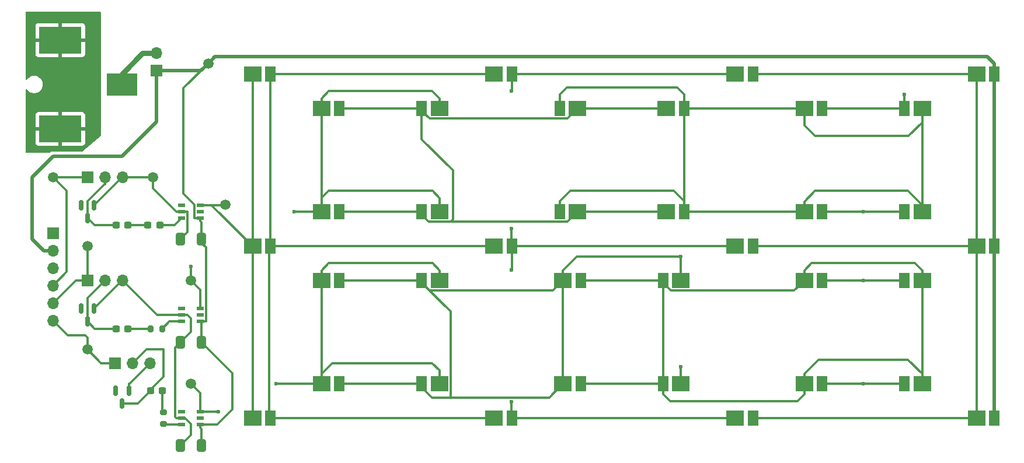
<source format=gbr>
%TF.GenerationSoftware,KiCad,Pcbnew,8.0.5*%
%TF.CreationDate,2024-10-10T20:21:21+02:00*%
%TF.ProjectId,Glasbaustein,476c6173-6261-4757-9374-65696e2e6b69,rev?*%
%TF.SameCoordinates,Original*%
%TF.FileFunction,Copper,L1,Top*%
%TF.FilePolarity,Positive*%
%FSLAX46Y46*%
G04 Gerber Fmt 4.6, Leading zero omitted, Abs format (unit mm)*
G04 Created by KiCad (PCBNEW 8.0.5) date 2024-10-10 20:21:21*
%MOMM*%
%LPD*%
G01*
G04 APERTURE LIST*
G04 Aperture macros list*
%AMRoundRect*
0 Rectangle with rounded corners*
0 $1 Rounding radius*
0 $2 $3 $4 $5 $6 $7 $8 $9 X,Y pos of 4 corners*
0 Add a 4 corners polygon primitive as box body*
4,1,4,$2,$3,$4,$5,$6,$7,$8,$9,$2,$3,0*
0 Add four circle primitives for the rounded corners*
1,1,$1+$1,$2,$3*
1,1,$1+$1,$4,$5*
1,1,$1+$1,$6,$7*
1,1,$1+$1,$8,$9*
0 Add four rect primitives between the rounded corners*
20,1,$1+$1,$2,$3,$4,$5,0*
20,1,$1+$1,$4,$5,$6,$7,0*
20,1,$1+$1,$6,$7,$8,$9,0*
20,1,$1+$1,$8,$9,$2,$3,0*%
G04 Aperture macros list end*
%TA.AperFunction,ComponentPad*%
%ADD10O,1.700000X1.700000*%
%TD*%
%TA.AperFunction,ComponentPad*%
%ADD11R,1.700000X1.700000*%
%TD*%
%TA.AperFunction,SMDPad,CuDef*%
%ADD12R,1.550000X2.200000*%
%TD*%
%TA.AperFunction,SMDPad,CuDef*%
%ADD13R,2.500000X2.200000*%
%TD*%
%TA.AperFunction,SMDPad,CuDef*%
%ADD14RoundRect,0.150000X-0.150000X0.587500X-0.150000X-0.587500X0.150000X-0.587500X0.150000X0.587500X0*%
%TD*%
%TA.AperFunction,SMDPad,CuDef*%
%ADD15RoundRect,0.200000X0.200000X0.275000X-0.200000X0.275000X-0.200000X-0.275000X0.200000X-0.275000X0*%
%TD*%
%TA.AperFunction,SMDPad,CuDef*%
%ADD16R,1.003300X0.558800*%
%TD*%
%TA.AperFunction,SMDPad,CuDef*%
%ADD17C,1.500000*%
%TD*%
%TA.AperFunction,SMDPad,CuDef*%
%ADD18RoundRect,0.237500X0.300000X0.237500X-0.300000X0.237500X-0.300000X-0.237500X0.300000X-0.237500X0*%
%TD*%
%TA.AperFunction,SMDPad,CuDef*%
%ADD19RoundRect,0.250000X0.412500X0.650000X-0.412500X0.650000X-0.412500X-0.650000X0.412500X-0.650000X0*%
%TD*%
%TA.AperFunction,SMDPad,CuDef*%
%ADD20R,6.197600X3.911600*%
%TD*%
%TA.AperFunction,SMDPad,CuDef*%
%ADD21R,4.394200X3.302000*%
%TD*%
%TA.AperFunction,SMDPad,CuDef*%
%ADD22RoundRect,0.200000X0.275000X-0.200000X0.275000X0.200000X-0.275000X0.200000X-0.275000X-0.200000X0*%
%TD*%
%TA.AperFunction,ViaPad*%
%ADD23C,0.600000*%
%TD*%
%TA.AperFunction,Conductor*%
%ADD24C,0.800000*%
%TD*%
%TA.AperFunction,Conductor*%
%ADD25C,0.300000*%
%TD*%
%TA.AperFunction,Conductor*%
%ADD26C,0.500000*%
%TD*%
G04 APERTURE END LIST*
D10*
%TO.P,J6,2,Pin_2*%
%TO.N,Net-(J6-Pin_2)*%
X60000000Y-47000000D03*
D11*
%TO.P,J6,1,Pin_1*%
%TO.N,+12V*%
X60000000Y-49540000D03*
%TD*%
D12*
%TO.P,D2,2,A*%
%TO.N,Net-(D10-A)*%
X111525000Y-50000000D03*
D13*
%TO.P,D2,1,K*%
%TO.N,Net-(D1-A)*%
X108950000Y-50000000D03*
%TD*%
D12*
%TO.P,D8,2,A*%
%TO.N,+12V*%
X181525000Y-75000000D03*
D13*
%TO.P,D8,1,K*%
%TO.N,Net-(D11-A)*%
X178950000Y-75000000D03*
%TD*%
D12*
%TO.P,D6,2,A*%
%TO.N,Net-(D10-A)*%
X111525000Y-75000000D03*
D13*
%TO.P,D6,1,K*%
%TO.N,Net-(D1-A)*%
X108950000Y-75000000D03*
%TD*%
D14*
%TO.P,D15,3,K*%
%TO.N,Net-(D15-K)*%
X50000000Y-85937500D03*
%TO.P,D15,2,NC*%
%TO.N,unconnected-(D15-NC-Pad2)*%
X49050000Y-84062500D03*
%TO.P,D15,1,A*%
%TO.N,GND*%
X50950000Y-84062500D03*
%TD*%
D12*
%TO.P,D16,2,A*%
%TO.N,Net-(D16-A)*%
X86525000Y-80000000D03*
D13*
%TO.P,D16,1,K*%
%TO.N,LED_WW1*%
X83950000Y-80000000D03*
%TD*%
D15*
%TO.P,R3A1,2*%
%TO.N,Net-(R3A1-Pad2)*%
X59175000Y-87000000D03*
%TO.P,R3A1,1*%
%TO.N,Net-(U2-REXT)*%
X60825000Y-87000000D03*
%TD*%
D12*
%TO.P,D36,2,A*%
%TO.N,+12V*%
X156525000Y-55000000D03*
D13*
%TO.P,D36,1,K*%
%TO.N,Net-(D32-A)*%
X153950000Y-55000000D03*
%TD*%
D12*
%TO.P,D1,2,A*%
%TO.N,Net-(D1-A)*%
X76525000Y-50000000D03*
D13*
%TO.P,D1,1,K*%
%TO.N,LED_RED1*%
X73950000Y-50000000D03*
%TD*%
D14*
%TO.P,D14,3,K*%
%TO.N,Net-(D14-K)*%
X55050000Y-97875000D03*
%TO.P,D14,2,NC*%
%TO.N,unconnected-(D14-NC-Pad2)*%
X54100000Y-96000000D03*
%TO.P,D14,1,A*%
%TO.N,GND*%
X56000000Y-96000000D03*
%TD*%
D16*
%TO.P,U2,6,OUT*%
%TO.N,LED_WW2*%
X66352550Y-84049999D03*
%TO.P,U2,5,NC*%
%TO.N,unconnected-(U2-NC-Pad5)*%
X66352550Y-85000000D03*
%TO.P,U2,4,VS*%
%TO.N,+12V*%
X66352550Y-85950001D03*
%TO.P,U2,3,REXT*%
%TO.N,Net-(U2-REXT)*%
X63647450Y-85950001D03*
%TO.P,U2,2,GND*%
%TO.N,GND*%
X63647450Y-85000000D03*
%TO.P,U2,1,NC*%
%TO.N,unconnected-(U2-NC-Pad1)*%
X63647450Y-84049999D03*
%TD*%
D17*
%TO.P,GND1,1,1*%
%TO.N,GND*%
X59500000Y-65000000D03*
%TD*%
D12*
%TO.P,D3,2,A*%
%TO.N,Net-(D11-A)*%
X146525000Y-50000000D03*
D13*
%TO.P,D3,1,K*%
%TO.N,Net-(D10-A)*%
X143950000Y-50000000D03*
%TD*%
D12*
%TO.P,D27,2,A*%
%TO.N,+12V*%
X168475000Y-95000000D03*
D13*
%TO.P,D27,1,K*%
%TO.N,Net-(D20-A)*%
X171050000Y-95000000D03*
%TD*%
D12*
%TO.P,D5,2,A*%
%TO.N,Net-(D1-A)*%
X76525000Y-75000000D03*
D13*
%TO.P,D5,1,K*%
%TO.N,LED_RED1*%
X73950000Y-75000000D03*
%TD*%
D14*
%TO.P,D13,3,K*%
%TO.N,Net-(D13-K)*%
X50000000Y-70937500D03*
%TO.P,D13,2,NC*%
%TO.N,unconnected-(D13-NC-Pad2)*%
X49050000Y-69062500D03*
%TO.P,D13,1,A*%
%TO.N,GND*%
X50950000Y-69062500D03*
%TD*%
D12*
%TO.P,D9,2,A*%
%TO.N,Net-(D1-A)*%
X76525000Y-100000000D03*
D13*
%TO.P,D9,1,K*%
%TO.N,LED_RED1*%
X73950000Y-100000000D03*
%TD*%
D12*
%TO.P,D29,2,A*%
%TO.N,Net-(D28-A)*%
X86525000Y-70000000D03*
D13*
%TO.P,D29,1,K*%
%TO.N,LED_WW2*%
X83950000Y-70000000D03*
%TD*%
D12*
%TO.P,D33,2,A*%
%TO.N,Net-(D32-A)*%
X118475000Y-70000000D03*
D13*
%TO.P,D33,1,K*%
%TO.N,Net-(D28-A)*%
X121050000Y-70000000D03*
%TD*%
D18*
%TO.P,R1B1,2*%
%TO.N,Net-(D13-K)*%
X54137500Y-72000000D03*
%TO.P,R1B1,1*%
%TO.N,Net-(R1A1-Pad2)*%
X55862500Y-72000000D03*
%TD*%
D17*
%TO.P,LED_WW2,1,1*%
%TO.N,LED_WW2*%
X65000000Y-80000000D03*
%TD*%
D12*
%TO.P,D26,2,A*%
%TO.N,+12V*%
X168475000Y-80000000D03*
D13*
%TO.P,D26,1,K*%
%TO.N,Net-(D20-A)*%
X171050000Y-80000000D03*
%TD*%
D12*
%TO.P,D22,2,A*%
%TO.N,Net-(D20-A)*%
X133475000Y-80000000D03*
D13*
%TO.P,D22,1,K*%
%TO.N,Net-(D16-A)*%
X136050000Y-80000000D03*
%TD*%
D17*
%TO.P,+12V1,1,1*%
%TO.N,+12V*%
X67500000Y-48500000D03*
%TD*%
D18*
%TO.P,R1A1,2*%
%TO.N,Net-(R1A1-Pad2)*%
X58744795Y-72000000D03*
%TO.P,R1A1,1*%
%TO.N,Net-(U1-REXT)*%
X60469795Y-72000000D03*
%TD*%
%TO.P,R3B1,2*%
%TO.N,Net-(D15-K)*%
X54137500Y-87000000D03*
%TO.P,R3B1,1*%
%TO.N,Net-(R3A1-Pad2)*%
X55862500Y-87000000D03*
%TD*%
D12*
%TO.P,D34,2,A*%
%TO.N,Net-(D32-A)*%
X136525000Y-55000000D03*
D13*
%TO.P,D34,1,K*%
%TO.N,Net-(D28-A)*%
X133950000Y-55000000D03*
%TD*%
D12*
%TO.P,D11,2,A*%
%TO.N,Net-(D11-A)*%
X146525000Y-100000000D03*
D13*
%TO.P,D11,1,K*%
%TO.N,Net-(D10-A)*%
X143950000Y-100000000D03*
%TD*%
D17*
%TO.P,PWM_WW2,1,1*%
%TO.N,PWM_WW2*%
X50000000Y-75000000D03*
%TD*%
D10*
%TO.P,J2,6,Pin_6*%
%TO.N,PWM_WW1*%
X45000000Y-85850000D03*
%TO.P,J2,5,Pin_5*%
%TO.N,PWM_WW2*%
X45000000Y-83310000D03*
%TO.P,J2,4,Pin_4*%
%TO.N,PWM_RED1*%
X45000000Y-80770000D03*
%TO.P,J2,3,Pin_3*%
%TO.N,unconnected-(J2-Pin_3-Pad3)*%
X45000000Y-78230000D03*
%TO.P,J2,2,Pin_2*%
%TO.N,+12V*%
X45000000Y-75690000D03*
D11*
%TO.P,J2,1,Pin_1*%
%TO.N,GND*%
X45000000Y-73150000D03*
%TD*%
D19*
%TO.P,C1,2*%
%TO.N,GND*%
X63437500Y-74000000D03*
%TO.P,C1,1*%
%TO.N,+12V*%
X66562500Y-74000000D03*
%TD*%
D12*
%TO.P,D32,2,A*%
%TO.N,Net-(D32-A)*%
X118475000Y-55000000D03*
D13*
%TO.P,D32,1,K*%
%TO.N,Net-(D28-A)*%
X121050000Y-55000000D03*
%TD*%
D12*
%TO.P,D35,2,A*%
%TO.N,Net-(D32-A)*%
X136525000Y-70000000D03*
D13*
%TO.P,D35,1,K*%
%TO.N,Net-(D28-A)*%
X133950000Y-70000000D03*
%TD*%
D10*
%TO.P,J5,3,Pin_3*%
%TO.N,GND*%
X55080000Y-80000000D03*
%TO.P,J5,2,Pin_2*%
%TO.N,Net-(D15-K)*%
X52540000Y-80000000D03*
D11*
%TO.P,J5,1,Pin_1*%
%TO.N,PWM_WW2*%
X50000000Y-80000000D03*
%TD*%
D10*
%TO.P,J4,3,Pin_3*%
%TO.N,GND*%
X59080000Y-92000000D03*
%TO.P,J4,2,Pin_2*%
%TO.N,Net-(D14-K)*%
X56540000Y-92000000D03*
D11*
%TO.P,J4,1,Pin_1*%
%TO.N,PWM_WW1*%
X54000000Y-92000000D03*
%TD*%
D19*
%TO.P,C2,2*%
%TO.N,GND*%
X63437500Y-89000000D03*
%TO.P,C2,1*%
%TO.N,+12V*%
X66562500Y-89000000D03*
%TD*%
D12*
%TO.P,D23,2,A*%
%TO.N,Net-(D20-A)*%
X133475000Y-95000000D03*
D13*
%TO.P,D23,1,K*%
%TO.N,Net-(D16-A)*%
X136050000Y-95000000D03*
%TD*%
D17*
%TO.P,LED_RED1+1,1,1*%
%TO.N,LED_RED1*%
X70000000Y-69000000D03*
%TD*%
D12*
%TO.P,D17,2,A*%
%TO.N,Net-(D16-A)*%
X86525000Y-95000000D03*
D13*
%TO.P,D17,1,K*%
%TO.N,LED_WW1*%
X83950000Y-95000000D03*
%TD*%
D10*
%TO.P,J3,3,Pin_3*%
%TO.N,GND*%
X55080000Y-65000000D03*
%TO.P,J3,2,Pin_2*%
%TO.N,Net-(D13-K)*%
X52540000Y-65000000D03*
D11*
%TO.P,J3,1,Pin_1*%
%TO.N,PWM_RED1*%
X50000000Y-65000000D03*
%TD*%
D12*
%TO.P,D18,2,A*%
%TO.N,Net-(D16-A)*%
X98475000Y-80000000D03*
D13*
%TO.P,D18,1,K*%
%TO.N,LED_WW1*%
X101050000Y-80000000D03*
%TD*%
D12*
%TO.P,D24,2,A*%
%TO.N,+12V*%
X156525000Y-80000000D03*
D13*
%TO.P,D24,1,K*%
%TO.N,Net-(D20-A)*%
X153950000Y-80000000D03*
%TD*%
D12*
%TO.P,D21,2,A*%
%TO.N,Net-(D20-A)*%
X121525000Y-95000000D03*
D13*
%TO.P,D21,1,K*%
%TO.N,Net-(D16-A)*%
X118950000Y-95000000D03*
%TD*%
D12*
%TO.P,D4,2,A*%
%TO.N,+12V*%
X181525000Y-50000000D03*
D13*
%TO.P,D4,1,K*%
%TO.N,Net-(D11-A)*%
X178950000Y-50000000D03*
%TD*%
D17*
%TO.P,PWM_RED1,1,1*%
%TO.N,PWM_RED1*%
X45000000Y-65000000D03*
%TD*%
%TO.P,PWM_WW1,1,1*%
%TO.N,PWM_WW1*%
X50000000Y-90000000D03*
%TD*%
%TO.P,LED_WW1,1,1*%
%TO.N,LED_WW1*%
X65000000Y-95000000D03*
%TD*%
D12*
%TO.P,D38,2,A*%
%TO.N,+12V*%
X168475000Y-55000000D03*
D13*
%TO.P,D38,1,K*%
%TO.N,Net-(D32-A)*%
X171050000Y-55000000D03*
%TD*%
D12*
%TO.P,D25,2,A*%
%TO.N,+12V*%
X156525000Y-95000000D03*
D13*
%TO.P,D25,1,K*%
%TO.N,Net-(D20-A)*%
X153950000Y-95000000D03*
%TD*%
D12*
%TO.P,D28,2,A*%
%TO.N,Net-(D28-A)*%
X86525000Y-55000000D03*
D13*
%TO.P,D28,1,K*%
%TO.N,LED_WW2*%
X83950000Y-55000000D03*
%TD*%
D12*
%TO.P,D31,2,A*%
%TO.N,Net-(D28-A)*%
X98475000Y-70000000D03*
D13*
%TO.P,D31,1,K*%
%TO.N,LED_WW2*%
X101050000Y-70000000D03*
%TD*%
D19*
%TO.P,C3,2*%
%TO.N,GND*%
X63437500Y-104000000D03*
%TO.P,C3,1*%
%TO.N,+12V*%
X66562500Y-104000000D03*
%TD*%
D20*
%TO.P,J1,3,3*%
%TO.N,GND*%
X46056290Y-58000000D03*
%TO.P,J1,2,2*%
X46056290Y-45088400D03*
D21*
%TO.P,J1,1,1*%
%TO.N,Net-(J6-Pin_2)*%
X55000000Y-51544200D03*
%TD*%
D12*
%TO.P,D30,2,A*%
%TO.N,Net-(D28-A)*%
X98475000Y-55000000D03*
D13*
%TO.P,D30,1,K*%
%TO.N,LED_WW2*%
X101050000Y-55000000D03*
%TD*%
D12*
%TO.P,D37,2,A*%
%TO.N,+12V*%
X156525000Y-70000000D03*
D13*
%TO.P,D37,1,K*%
%TO.N,Net-(D32-A)*%
X153950000Y-70000000D03*
%TD*%
D12*
%TO.P,D7,2,A*%
%TO.N,Net-(D11-A)*%
X146525000Y-75000000D03*
D13*
%TO.P,D7,1,K*%
%TO.N,Net-(D10-A)*%
X143950000Y-75000000D03*
%TD*%
D16*
%TO.P,U1,6,OUT*%
%TO.N,LED_RED1*%
X66352550Y-69049999D03*
%TO.P,U1,5,NC*%
%TO.N,unconnected-(U1-NC-Pad5)*%
X66352550Y-70000000D03*
%TO.P,U1,4,VS*%
%TO.N,+12V*%
X66352550Y-70950001D03*
%TO.P,U1,3,REXT*%
%TO.N,Net-(U1-REXT)*%
X63647450Y-70950001D03*
%TO.P,U1,2,GND*%
%TO.N,GND*%
X63647450Y-70000000D03*
%TO.P,U1,1,NC*%
%TO.N,unconnected-(U1-NC-Pad1)*%
X63647450Y-69049999D03*
%TD*%
%TO.P,U3,6,OUT*%
%TO.N,LED_WW1*%
X66352550Y-99049999D03*
%TO.P,U3,5,NC*%
%TO.N,unconnected-(U3-NC-Pad5)*%
X66352550Y-100000000D03*
%TO.P,U3,4,VS*%
%TO.N,+12V*%
X66352550Y-100950001D03*
%TO.P,U3,3,REXT*%
%TO.N,Net-(U3-REXT)*%
X63647450Y-100950001D03*
%TO.P,U3,2,GND*%
%TO.N,GND*%
X63647450Y-100000000D03*
%TO.P,U3,1,NC*%
%TO.N,unconnected-(U3-NC-Pad1)*%
X63647450Y-99049999D03*
%TD*%
D12*
%TO.P,D12,2,A*%
%TO.N,+12V*%
X181525000Y-100000000D03*
D13*
%TO.P,D12,1,K*%
%TO.N,Net-(D11-A)*%
X178950000Y-100000000D03*
%TD*%
D18*
%TO.P,R2B1,2*%
%TO.N,Net-(D14-K)*%
X59137500Y-96000000D03*
%TO.P,R2B1,1*%
%TO.N,Net-(R2A1-Pad2)*%
X60862500Y-96000000D03*
%TD*%
D12*
%TO.P,D20,2,A*%
%TO.N,Net-(D20-A)*%
X121525000Y-80000000D03*
D13*
%TO.P,D20,1,K*%
%TO.N,Net-(D16-A)*%
X118950000Y-80000000D03*
%TD*%
D12*
%TO.P,D39,2,A*%
%TO.N,+12V*%
X168475000Y-70050000D03*
D13*
%TO.P,D39,1,K*%
%TO.N,Net-(D32-A)*%
X171050000Y-70050000D03*
%TD*%
D12*
%TO.P,D10,2,A*%
%TO.N,Net-(D10-A)*%
X111525000Y-100000000D03*
D13*
%TO.P,D10,1,K*%
%TO.N,Net-(D1-A)*%
X108950000Y-100000000D03*
%TD*%
D22*
%TO.P,R2A1,2*%
%TO.N,Net-(R2A1-Pad2)*%
X61000000Y-99175000D03*
%TO.P,R2A1,1*%
%TO.N,Net-(U3-REXT)*%
X61000000Y-100825000D03*
%TD*%
D12*
%TO.P,D19,2,A*%
%TO.N,Net-(D16-A)*%
X98475000Y-95000000D03*
D13*
%TO.P,D19,1,K*%
%TO.N,LED_WW1*%
X101050000Y-95000000D03*
%TD*%
D23*
%TO.N,GND*%
X48056290Y-44088400D03*
X47056290Y-44088400D03*
X46056290Y-44088400D03*
X48056290Y-45088400D03*
X47056290Y-45088400D03*
X48056290Y-59000000D03*
X47056290Y-59000000D03*
X46056290Y-59000000D03*
X48056290Y-58000000D03*
X47056290Y-58000000D03*
%TO.N,Net-(D10-A)*%
X111500000Y-52500000D03*
X111500000Y-78500000D03*
X111500000Y-72500000D03*
X111500000Y-97650000D03*
%TO.N,+12V*%
X162500000Y-95000000D03*
X168500000Y-53000000D03*
X162500000Y-70000000D03*
X181525000Y-53000000D03*
X162500000Y-80000000D03*
%TO.N,GND*%
X46056290Y-45088400D03*
X46056290Y-58000000D03*
%TO.N,LED_WW2*%
X80000000Y-70000000D03*
X65000000Y-78000000D03*
%TO.N,LED_WW1*%
X68950001Y-99049999D03*
X77401450Y-95000000D03*
%TO.N,Net-(D16-A)*%
X136000000Y-92500000D03*
X136000000Y-76500000D03*
%TD*%
D24*
%TO.N,Net-(J6-Pin_2)*%
X55000000Y-49987910D02*
X57987910Y-47000000D01*
X57987910Y-47000000D02*
X60000000Y-47000000D01*
X55000000Y-51544200D02*
X55000000Y-49987910D01*
D25*
%TO.N,Net-(R2A1-Pad2)*%
X60862500Y-99037500D02*
X61000000Y-99175000D01*
X60862500Y-96000000D02*
X60862500Y-99037500D01*
%TO.N,PWM_WW1*%
X52000000Y-92000000D02*
X54000000Y-92000000D01*
X50000000Y-90000000D02*
X52000000Y-92000000D01*
X50000000Y-88310000D02*
X50000000Y-90000000D01*
%TO.N,Net-(D13-K)*%
X52540000Y-66000000D02*
X52540000Y-65000000D01*
X52500000Y-66000000D02*
X52540000Y-66000000D01*
X50000000Y-68500000D02*
X52500000Y-66000000D01*
X50000000Y-70937500D02*
X50000000Y-68500000D01*
%TO.N,PWM_RED1*%
X47000000Y-78770000D02*
X47000000Y-67000000D01*
X47000000Y-67000000D02*
X45000000Y-65000000D01*
X45000000Y-80770000D02*
X47000000Y-78770000D01*
D26*
%TO.N,+12V*%
X43690000Y-75690000D02*
X45000000Y-75690000D01*
X42000000Y-74000000D02*
X43690000Y-75690000D01*
X60000000Y-57000000D02*
X60000000Y-49540000D01*
X45000000Y-62000000D02*
X55000000Y-62000000D01*
X42000000Y-65000000D02*
X45000000Y-62000000D01*
X55000000Y-62000000D02*
X60000000Y-57000000D01*
X42000000Y-74000000D02*
X42000000Y-65000000D01*
D25*
X68799999Y-100950001D02*
X66352550Y-100950001D01*
X71000000Y-93437500D02*
X71000000Y-98750000D01*
X66562500Y-89000000D02*
X71000000Y-93437500D01*
X71000000Y-98750000D02*
X68799999Y-100950001D01*
%TO.N,LED_WW1*%
X68950001Y-99049999D02*
X66352550Y-99049999D01*
X77401450Y-95000000D02*
X83950000Y-95000000D01*
%TO.N,Net-(D10-A)*%
X111525000Y-52475000D02*
X111525000Y-50000000D01*
X111500000Y-52500000D02*
X111525000Y-52475000D01*
%TO.N,Net-(D14-K)*%
X57262500Y-97875000D02*
X59137500Y-96000000D01*
X55050000Y-97875000D02*
X57262500Y-97875000D01*
X61000000Y-94000000D02*
X61000000Y-90000000D01*
X58540000Y-90000000D02*
X56540000Y-92000000D01*
X59137500Y-95862500D02*
X61000000Y-94000000D01*
X61000000Y-90000000D02*
X58540000Y-90000000D01*
X59137500Y-96000000D02*
X59137500Y-95862500D01*
%TO.N,GND*%
X56080000Y-95000000D02*
X59080000Y-92000000D01*
X56000000Y-95000000D02*
X56080000Y-95000000D01*
X56000000Y-96000000D02*
X56000000Y-95000000D01*
X62695800Y-89741700D02*
X63437500Y-89000000D01*
X62695800Y-99779399D02*
X62695800Y-89741700D01*
X63647450Y-100000000D02*
X62916401Y-100000000D01*
X62916401Y-100000000D02*
X62695800Y-99779399D01*
%TO.N,Net-(U3-REXT)*%
X61125001Y-100950001D02*
X61000000Y-100825000D01*
X63647450Y-100950001D02*
X61125001Y-100950001D01*
%TO.N,GND*%
X64178499Y-100000000D02*
X63647450Y-100000000D01*
X65000000Y-100821501D02*
X64178499Y-100000000D01*
%TO.N,LED_RED1*%
X69950001Y-69049999D02*
X70000000Y-69000000D01*
X68000000Y-69049999D02*
X69950001Y-69049999D01*
X68000000Y-69049999D02*
X66352550Y-69049999D01*
X67999999Y-69049999D02*
X68000000Y-69049999D01*
%TO.N,Net-(D20-A)*%
X153950000Y-96550000D02*
X153950000Y-95000000D01*
X134500000Y-97500000D02*
X153000000Y-97500000D01*
X153000000Y-97500000D02*
X153950000Y-96550000D01*
X133475000Y-96475000D02*
X134500000Y-97500000D01*
X133475000Y-95000000D02*
X133475000Y-96475000D01*
X169000000Y-91500000D02*
X171050000Y-93550000D01*
X156000000Y-91500000D02*
X169000000Y-91500000D01*
X171050000Y-93550000D02*
X171050000Y-95000000D01*
X153950000Y-93550000D02*
X156000000Y-91500000D01*
X153950000Y-95000000D02*
X153950000Y-93550000D01*
X170000000Y-77500000D02*
X171050000Y-78550000D01*
X155000000Y-77500000D02*
X170000000Y-77500000D01*
X153950000Y-78550000D02*
X155000000Y-77500000D01*
X153950000Y-80000000D02*
X153950000Y-78550000D01*
X171050000Y-78550000D02*
X171050000Y-80000000D01*
%TO.N,Net-(D16-A)*%
X120975000Y-76500000D02*
X136000000Y-76500000D01*
X118950000Y-78525000D02*
X120975000Y-76500000D01*
X118950000Y-80000000D02*
X118950000Y-78525000D01*
%TO.N,Net-(D32-A)*%
X135000000Y-67000000D02*
X136525000Y-68525000D01*
X120000000Y-67000000D02*
X135000000Y-67000000D01*
X118475000Y-68525000D02*
X120000000Y-67000000D01*
X136525000Y-68525000D02*
X136525000Y-70000000D01*
X118475000Y-70000000D02*
X118475000Y-68525000D01*
X136525000Y-53025000D02*
X136525000Y-55000000D01*
X135500000Y-52000000D02*
X136525000Y-53025000D01*
X119500000Y-52000000D02*
X135500000Y-52000000D01*
X118475000Y-53025000D02*
X119500000Y-52000000D01*
X118475000Y-55000000D02*
X118475000Y-53025000D01*
%TO.N,+12V*%
X65500900Y-69000900D02*
X65500900Y-70900001D01*
X63900000Y-67400000D02*
X65500900Y-69000900D01*
X63900000Y-52100000D02*
X63900000Y-67400000D01*
X65500900Y-70900001D02*
X65550900Y-70950001D01*
X67500000Y-48500000D02*
X63900000Y-52100000D01*
X65550900Y-70950001D02*
X66352550Y-70950001D01*
%TO.N,GND*%
X65000000Y-87437500D02*
X63437500Y-89000000D01*
X63647450Y-85000000D02*
X64500000Y-85000000D01*
X64500000Y-85000000D02*
X65000000Y-85500000D01*
X65000000Y-85500000D02*
X65000000Y-87437500D01*
X65000000Y-102437500D02*
X63437500Y-104000000D01*
X65000000Y-100821501D02*
X65000000Y-102437500D01*
%TO.N,LED_WW1*%
X101050000Y-93050000D02*
X101050000Y-95000000D01*
X85500000Y-92000000D02*
X100000000Y-92000000D01*
X83950000Y-93550000D02*
X85500000Y-92000000D01*
X83950000Y-95000000D02*
X83950000Y-93550000D01*
X100000000Y-92000000D02*
X101050000Y-93050000D01*
X101050000Y-78525000D02*
X101050000Y-80000000D01*
X84975000Y-77500000D02*
X100025000Y-77500000D01*
X83950000Y-78525000D02*
X84975000Y-77500000D01*
X83950000Y-80000000D02*
X83950000Y-78525000D01*
X100025000Y-77500000D02*
X101050000Y-78525000D01*
%TO.N,LED_WW2*%
X101050000Y-68025000D02*
X101050000Y-70000000D01*
X100025000Y-67000000D02*
X101050000Y-68025000D01*
X84950000Y-67000000D02*
X100025000Y-67000000D01*
X83950000Y-68000000D02*
X84950000Y-67000000D01*
X83950000Y-70000000D02*
X83950000Y-68000000D01*
X100000000Y-52500000D02*
X101050000Y-53550000D01*
X85000000Y-52500000D02*
X100000000Y-52500000D01*
X83950000Y-53550000D02*
X85000000Y-52500000D01*
X101050000Y-53550000D02*
X101050000Y-55000000D01*
X83950000Y-55000000D02*
X83950000Y-53550000D01*
D26*
%TO.N,+12V*%
X68500000Y-47500000D02*
X67500000Y-48500000D01*
X180500000Y-47500000D02*
X68500000Y-47500000D01*
X181525000Y-48525000D02*
X180500000Y-47500000D01*
X181525000Y-50000000D02*
X181525000Y-48525000D01*
D25*
%TO.N,Net-(D32-A)*%
X169000000Y-67000000D02*
X171050000Y-69050000D01*
X171050000Y-69050000D02*
X171050000Y-70050000D01*
X153950000Y-68550000D02*
X155500000Y-67000000D01*
X153950000Y-70000000D02*
X153950000Y-68550000D01*
X155500000Y-67000000D02*
X169000000Y-67000000D01*
X155500000Y-59000000D02*
X153950000Y-57450000D01*
X171050000Y-57025000D02*
X169075000Y-59000000D01*
X153950000Y-57450000D02*
X153950000Y-55000000D01*
X171050000Y-55000000D02*
X171050000Y-57025000D01*
X169075000Y-59000000D02*
X155500000Y-59000000D01*
D26*
%TO.N,+12V*%
X66460000Y-49540000D02*
X67500000Y-48500000D01*
X60000000Y-49540000D02*
X66460000Y-49540000D01*
D25*
%TO.N,Net-(D1-A)*%
X76525000Y-50000000D02*
X76525000Y-75000000D01*
X76525000Y-100000000D02*
X108950000Y-100000000D01*
X76525000Y-50000000D02*
X108950000Y-50000000D01*
X76350000Y-75175000D02*
X76350000Y-99825000D01*
X76350000Y-99825000D02*
X76525000Y-100000000D01*
X76525000Y-75000000D02*
X108950000Y-75000000D01*
X76525000Y-75000000D02*
X76350000Y-75175000D01*
%TO.N,LED_RED1*%
X73950000Y-75000000D02*
X67999999Y-69049999D01*
X73950000Y-75000000D02*
X73950000Y-100000000D01*
X73950000Y-75000000D02*
X73950000Y-50000000D01*
%TO.N,Net-(D10-A)*%
X111500000Y-72500000D02*
X111500000Y-74975000D01*
X111525000Y-75000000D02*
X111525000Y-78475000D01*
X111525000Y-78475000D02*
X111500000Y-78500000D01*
X111525000Y-100000000D02*
X143950000Y-100000000D01*
X111500000Y-99975000D02*
X111525000Y-100000000D01*
X111500000Y-97650000D02*
X111500000Y-99975000D01*
X111525000Y-50000000D02*
X143950000Y-50000000D01*
X111500000Y-74975000D02*
X111525000Y-75000000D01*
X111525000Y-75000000D02*
X143950000Y-75000000D01*
%TO.N,Net-(D11-A)*%
X146525000Y-50000000D02*
X178950000Y-50000000D01*
X178950000Y-50000000D02*
X178950000Y-75000000D01*
X146525000Y-100000000D02*
X178950000Y-100000000D01*
X146525000Y-75000000D02*
X178950000Y-75000000D01*
X178950000Y-100000000D02*
X178950000Y-75000000D01*
%TO.N,+12V*%
X156525000Y-95000000D02*
X162500000Y-95000000D01*
X168475000Y-70050000D02*
X162550000Y-70050000D01*
X168475000Y-55000000D02*
X156525000Y-55000000D01*
X67204200Y-75204200D02*
X67204200Y-85900001D01*
X66352550Y-100950001D02*
X66352550Y-101352550D01*
D26*
X181525000Y-53000000D02*
X181525000Y-50000000D01*
D25*
X67154200Y-85950001D02*
X66352550Y-85950001D01*
X66352550Y-101352550D02*
X66562500Y-101562500D01*
X162500000Y-95000000D02*
X168475000Y-95000000D01*
X168475000Y-53025000D02*
X168500000Y-53000000D01*
X168425000Y-70000000D02*
X168475000Y-70050000D01*
X168475000Y-55000000D02*
X168475000Y-53025000D01*
X162550000Y-70050000D02*
X162500000Y-70000000D01*
X162500000Y-70000000D02*
X156525000Y-70000000D01*
X156575000Y-70050000D02*
X156525000Y-70000000D01*
D26*
X181525000Y-100000000D02*
X181525000Y-75000000D01*
D25*
X66562500Y-101562500D02*
X66562500Y-104000000D01*
X66562500Y-89000000D02*
X66562500Y-86159951D01*
X162500000Y-80000000D02*
X168475000Y-80000000D01*
X66352550Y-71352550D02*
X66562500Y-71562500D01*
X66352550Y-70950001D02*
X66352550Y-71352550D01*
X67204200Y-85900001D02*
X67154200Y-85950001D01*
X66562500Y-74562500D02*
X67204200Y-75204200D01*
X66562500Y-86159951D02*
X66352550Y-85950001D01*
X162500000Y-80000000D02*
X156525000Y-80000000D01*
X66562500Y-71562500D02*
X66562500Y-74000000D01*
X66562500Y-74000000D02*
X66562500Y-74562500D01*
D26*
X181525000Y-75000000D02*
X181525000Y-53000000D01*
D25*
%TO.N,PWM_WW2*%
X50000000Y-80000000D02*
X48310000Y-80000000D01*
X50000000Y-75000000D02*
X50000000Y-80000000D01*
X48310000Y-80000000D02*
X45000000Y-83310000D01*
%TO.N,GND*%
X63647450Y-70000000D02*
X64449100Y-70000000D01*
X64500000Y-70050900D02*
X64500000Y-72937500D01*
X60080000Y-85000000D02*
X63647450Y-85000000D01*
X55080000Y-65000000D02*
X59500000Y-65000000D01*
X55012500Y-80000000D02*
X55080000Y-80000000D01*
X55012500Y-65000000D02*
X55080000Y-65000000D01*
X50950000Y-69062500D02*
X55012500Y-65000000D01*
X62845800Y-70000000D02*
X63647450Y-70000000D01*
X64500000Y-72937500D02*
X63437500Y-74000000D01*
X59500000Y-65000000D02*
X59500000Y-66654200D01*
X55080000Y-80000000D02*
X60080000Y-85000000D01*
X59500000Y-66654200D02*
X62845800Y-70000000D01*
X64449100Y-70000000D02*
X64500000Y-70050900D01*
X50950000Y-84062500D02*
X55012500Y-80000000D01*
%TO.N,PWM_RED1*%
X50000000Y-65000000D02*
X45000000Y-65000000D01*
%TO.N,PWM_WW1*%
X45000000Y-85850000D02*
X47150000Y-88000000D01*
X47150000Y-88000000D02*
X49690000Y-88000000D01*
X49690000Y-88000000D02*
X50000000Y-88310000D01*
%TO.N,Net-(U1-REXT)*%
X60469795Y-72000000D02*
X62597451Y-72000000D01*
X62597451Y-72000000D02*
X63647450Y-70950001D01*
%TO.N,Net-(U2-REXT)*%
X63647450Y-85950001D02*
X61874999Y-85950001D01*
X61874999Y-85950001D02*
X60825000Y-87000000D01*
%TO.N,LED_WW2*%
X65000000Y-80000000D02*
X66352550Y-81352550D01*
X80000000Y-70000000D02*
X83950000Y-70000000D01*
X83950000Y-70000000D02*
X83950000Y-55000000D01*
X65000000Y-80000000D02*
X65000000Y-78000000D01*
X66352550Y-81352550D02*
X66352550Y-84049999D01*
%TO.N,LED_WW1*%
X83950000Y-95000000D02*
X83950000Y-80000000D01*
X66352550Y-99049999D02*
X66352550Y-96352550D01*
X66352550Y-96352550D02*
X65000000Y-95000000D01*
%TO.N,Net-(D13-K)*%
X51062500Y-72000000D02*
X54137500Y-72000000D01*
X50000000Y-70937500D02*
X51062500Y-72000000D01*
%TO.N,Net-(D15-K)*%
X50000000Y-85937500D02*
X50000000Y-82540000D01*
X50000000Y-82540000D02*
X52540000Y-80000000D01*
X51062500Y-87000000D02*
X54137500Y-87000000D01*
X50000000Y-85937500D02*
X51062500Y-87000000D01*
%TO.N,Net-(D16-A)*%
X136050000Y-80000000D02*
X136050000Y-76550000D01*
X98475000Y-80325000D02*
X99600000Y-81450000D01*
X86525000Y-95000000D02*
X98475000Y-95000000D01*
X98475000Y-95475000D02*
X98475000Y-95000000D01*
X117500000Y-81450000D02*
X118950000Y-80000000D01*
X98475000Y-80325000D02*
X102650000Y-84500000D01*
X100000000Y-97000000D02*
X116950000Y-97000000D01*
X98475000Y-80000000D02*
X98475000Y-80325000D01*
X136050000Y-95000000D02*
X136050000Y-92550000D01*
X136050000Y-92550000D02*
X136000000Y-92500000D01*
X116950000Y-97000000D02*
X118950000Y-95000000D01*
X86525000Y-80000000D02*
X98475000Y-80000000D01*
X102650000Y-97000000D02*
X100000000Y-97000000D01*
X99600000Y-81450000D02*
X117500000Y-81450000D01*
X136050000Y-76550000D02*
X136000000Y-76500000D01*
X100000000Y-97000000D02*
X98475000Y-95475000D01*
X102650000Y-84500000D02*
X102650000Y-97000000D01*
X118950000Y-95000000D02*
X118950000Y-80000000D01*
%TO.N,Net-(D20-A)*%
X153950000Y-80000000D02*
X152500000Y-81450000D01*
X121525000Y-95000000D02*
X133475000Y-95000000D01*
X121525000Y-80000000D02*
X133475000Y-80000000D01*
X171050000Y-80000000D02*
X171050000Y-95000000D01*
X133475000Y-80000000D02*
X133475000Y-95000000D01*
X134600000Y-81450000D02*
X133475000Y-80325000D01*
X133475000Y-80325000D02*
X133475000Y-80000000D01*
X152500000Y-81450000D02*
X134600000Y-81450000D01*
%TO.N,Net-(D28-A)*%
X103000000Y-71100000D02*
X103000000Y-64000000D01*
X119600000Y-56450000D02*
X121050000Y-55000000D01*
X98475000Y-55325000D02*
X99600000Y-56450000D01*
X98475000Y-70475000D02*
X99450000Y-71450000D01*
X98475000Y-69475000D02*
X98475000Y-70475000D01*
X98475000Y-70000000D02*
X98475000Y-70475000D01*
X121050000Y-70000000D02*
X133950000Y-70000000D01*
X98475000Y-59475000D02*
X98475000Y-55000000D01*
X98475000Y-55000000D02*
X98475000Y-55325000D01*
X99450000Y-71450000D02*
X102650000Y-71450000D01*
X119600000Y-71450000D02*
X121050000Y-70000000D01*
X99450000Y-71450000D02*
X119600000Y-71450000D01*
X102650000Y-71450000D02*
X103000000Y-71100000D01*
X86525000Y-70000000D02*
X98475000Y-70000000D01*
X121050000Y-55000000D02*
X133950000Y-55000000D01*
X98475000Y-70000000D02*
X98475000Y-69475000D01*
X86525000Y-55000000D02*
X98475000Y-55000000D01*
X99600000Y-56450000D02*
X119600000Y-56450000D01*
X103000000Y-64000000D02*
X98475000Y-59475000D01*
%TO.N,Net-(D32-A)*%
X136525000Y-70000000D02*
X153950000Y-70000000D01*
X136525000Y-70000000D02*
X136525000Y-55000000D01*
X171050000Y-70050000D02*
X171050000Y-55000000D01*
X136525000Y-55000000D02*
X153950000Y-55000000D01*
%TO.N,Net-(R1A1-Pad2)*%
X55862500Y-72000000D02*
X58744795Y-72000000D01*
%TO.N,Net-(R3A1-Pad2)*%
X59175000Y-87000000D02*
X55862500Y-87000000D01*
%TD*%
%TA.AperFunction,Conductor*%
%TO.N,GND*%
G36*
X51943039Y-41019685D02*
G01*
X51988794Y-41072489D01*
X52000000Y-41124000D01*
X52000000Y-58941921D01*
X51980315Y-59008960D01*
X51955383Y-59037180D01*
X49335089Y-61220759D01*
X49270986Y-61248555D01*
X49255706Y-61249500D01*
X44926076Y-61249500D01*
X44897242Y-61255234D01*
X44897243Y-61255235D01*
X44781093Y-61278339D01*
X44781083Y-61278342D01*
X44701081Y-61311479D01*
X44701082Y-61311480D01*
X44644505Y-61334915D01*
X44562372Y-61389795D01*
X44521585Y-61417047D01*
X44521581Y-61417050D01*
X44474953Y-61463680D01*
X44413630Y-61497166D01*
X44387271Y-61500000D01*
X41124000Y-61500000D01*
X41056961Y-61480315D01*
X41011206Y-61427511D01*
X41000000Y-61376000D01*
X41000000Y-60003644D01*
X42457490Y-60003644D01*
X42463891Y-60063172D01*
X42463893Y-60063179D01*
X42514135Y-60197886D01*
X42514139Y-60197893D01*
X42600299Y-60312987D01*
X42600302Y-60312990D01*
X42715396Y-60399150D01*
X42715403Y-60399154D01*
X42850110Y-60449396D01*
X42850117Y-60449398D01*
X42909645Y-60455799D01*
X42909662Y-60455800D01*
X45806290Y-60455800D01*
X46306290Y-60455800D01*
X49202918Y-60455800D01*
X49202934Y-60455799D01*
X49262462Y-60449398D01*
X49262469Y-60449396D01*
X49397176Y-60399154D01*
X49397183Y-60399150D01*
X49512277Y-60312990D01*
X49512280Y-60312987D01*
X49598440Y-60197893D01*
X49598444Y-60197886D01*
X49648686Y-60063179D01*
X49648688Y-60063172D01*
X49655089Y-60003644D01*
X49655090Y-60003627D01*
X49655090Y-58250000D01*
X46306290Y-58250000D01*
X46306290Y-60455800D01*
X45806290Y-60455800D01*
X45806290Y-58250000D01*
X42457490Y-58250000D01*
X42457490Y-60003644D01*
X41000000Y-60003644D01*
X41000000Y-55996355D01*
X42457490Y-55996355D01*
X42457490Y-57750000D01*
X45806290Y-57750000D01*
X46306290Y-57750000D01*
X49655090Y-57750000D01*
X49655090Y-55996372D01*
X49655089Y-55996355D01*
X49648688Y-55936827D01*
X49648686Y-55936820D01*
X49598444Y-55802113D01*
X49598440Y-55802106D01*
X49512280Y-55687012D01*
X49512277Y-55687009D01*
X49397183Y-55600849D01*
X49397176Y-55600845D01*
X49262469Y-55550603D01*
X49262462Y-55550601D01*
X49202934Y-55544200D01*
X46306290Y-55544200D01*
X46306290Y-57750000D01*
X45806290Y-57750000D01*
X45806290Y-55544200D01*
X42909645Y-55544200D01*
X42850117Y-55550601D01*
X42850110Y-55550603D01*
X42715403Y-55600845D01*
X42715396Y-55600849D01*
X42600302Y-55687009D01*
X42600299Y-55687012D01*
X42514139Y-55802106D01*
X42514135Y-55802113D01*
X42463893Y-55936820D01*
X42463891Y-55936827D01*
X42457490Y-55996355D01*
X41000000Y-55996355D01*
X41000000Y-52334469D01*
X41019685Y-52267430D01*
X41072489Y-52221675D01*
X41141647Y-52211731D01*
X41205203Y-52240756D01*
X41224318Y-52261584D01*
X41296545Y-52360996D01*
X41436094Y-52500545D01*
X41595756Y-52616546D01*
X41771598Y-52706142D01*
X41771600Y-52706143D01*
X41959287Y-52767126D01*
X41959288Y-52767126D01*
X41959291Y-52767127D01*
X42154214Y-52798000D01*
X42154215Y-52798000D01*
X42351565Y-52798000D01*
X42351566Y-52798000D01*
X42546489Y-52767127D01*
X42546492Y-52767126D01*
X42546493Y-52767126D01*
X42734179Y-52706143D01*
X42734179Y-52706142D01*
X42734182Y-52706142D01*
X42910024Y-52616546D01*
X43069686Y-52500545D01*
X43209235Y-52360996D01*
X43325236Y-52201334D01*
X43414832Y-52025492D01*
X43475817Y-51837799D01*
X43506690Y-51642876D01*
X43506690Y-51445524D01*
X43475817Y-51250601D01*
X43475816Y-51250597D01*
X43475816Y-51250596D01*
X43414833Y-51062910D01*
X43325235Y-50887065D01*
X43209235Y-50727404D01*
X43069686Y-50587855D01*
X42910024Y-50471854D01*
X42734179Y-50382256D01*
X42546492Y-50321273D01*
X42400296Y-50298118D01*
X42351566Y-50290400D01*
X42154214Y-50290400D01*
X42089239Y-50300691D01*
X41959289Y-50321273D01*
X41959286Y-50321273D01*
X41771600Y-50382256D01*
X41595755Y-50471854D01*
X41436091Y-50587857D01*
X41296547Y-50727401D01*
X41296547Y-50727402D01*
X41296545Y-50727404D01*
X41277273Y-50753930D01*
X41224318Y-50826816D01*
X41168988Y-50869481D01*
X41099374Y-50875460D01*
X41037579Y-50842854D01*
X41003222Y-50782015D01*
X41000000Y-50753930D01*
X41000000Y-47092044D01*
X42457490Y-47092044D01*
X42463891Y-47151572D01*
X42463893Y-47151579D01*
X42514135Y-47286286D01*
X42514139Y-47286293D01*
X42600299Y-47401387D01*
X42600302Y-47401390D01*
X42715396Y-47487550D01*
X42715403Y-47487554D01*
X42850110Y-47537796D01*
X42850117Y-47537798D01*
X42909645Y-47544199D01*
X42909662Y-47544200D01*
X45806290Y-47544200D01*
X46306290Y-47544200D01*
X49202918Y-47544200D01*
X49202934Y-47544199D01*
X49262462Y-47537798D01*
X49262469Y-47537796D01*
X49397176Y-47487554D01*
X49397183Y-47487550D01*
X49512277Y-47401390D01*
X49512280Y-47401387D01*
X49598440Y-47286293D01*
X49598444Y-47286286D01*
X49648686Y-47151579D01*
X49648688Y-47151572D01*
X49655089Y-47092044D01*
X49655090Y-47092027D01*
X49655090Y-45338400D01*
X46306290Y-45338400D01*
X46306290Y-47544200D01*
X45806290Y-47544200D01*
X45806290Y-45338400D01*
X42457490Y-45338400D01*
X42457490Y-47092044D01*
X41000000Y-47092044D01*
X41000000Y-43084755D01*
X42457490Y-43084755D01*
X42457490Y-44838400D01*
X45806290Y-44838400D01*
X46306290Y-44838400D01*
X49655090Y-44838400D01*
X49655090Y-43084772D01*
X49655089Y-43084755D01*
X49648688Y-43025227D01*
X49648686Y-43025220D01*
X49598444Y-42890513D01*
X49598440Y-42890506D01*
X49512280Y-42775412D01*
X49512277Y-42775409D01*
X49397183Y-42689249D01*
X49397176Y-42689245D01*
X49262469Y-42639003D01*
X49262462Y-42639001D01*
X49202934Y-42632600D01*
X46306290Y-42632600D01*
X46306290Y-44838400D01*
X45806290Y-44838400D01*
X45806290Y-42632600D01*
X42909645Y-42632600D01*
X42850117Y-42639001D01*
X42850110Y-42639003D01*
X42715403Y-42689245D01*
X42715396Y-42689249D01*
X42600302Y-42775409D01*
X42600299Y-42775412D01*
X42514139Y-42890506D01*
X42514135Y-42890513D01*
X42463893Y-43025220D01*
X42463891Y-43025227D01*
X42457490Y-43084755D01*
X41000000Y-43084755D01*
X41000000Y-41124000D01*
X41019685Y-41056961D01*
X41072489Y-41011206D01*
X41124000Y-41000000D01*
X51876000Y-41000000D01*
X51943039Y-41019685D01*
G37*
%TD.AperFunction*%
%TD*%
M02*

</source>
